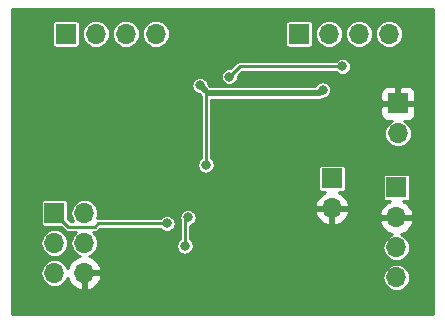
<source format=gbr>
G04 #@! TF.GenerationSoftware,KiCad,Pcbnew,(5.0.0-rc2-198-gb8bbb15aa)*
G04 #@! TF.CreationDate,2022-01-01T22:46:34-08:00*
G04 #@! TF.ProjectId,E-Bike,452D42696B652E6B696361645F706362,rev?*
G04 #@! TF.SameCoordinates,PX619eb90PY83695b8*
G04 #@! TF.FileFunction,Copper,L2,Bot,Signal*
G04 #@! TF.FilePolarity,Positive*
%FSLAX45Y45*%
G04 Gerber Fmt 4.5, Leading zero omitted, Abs format (unit mm)*
G04 Created by KiCad (PCBNEW (5.0.0-rc2-198-gb8bbb15aa)) date 01/01/22 22:46:34*
%MOMM*%
%LPD*%
G01*
G04 APERTURE LIST*
G04 #@! TA.AperFunction,ComponentPad*
%ADD10O,1.700000X1.700000*%
G04 #@! TD*
G04 #@! TA.AperFunction,ComponentPad*
%ADD11R,1.700000X1.700000*%
G04 #@! TD*
G04 #@! TA.AperFunction,ViaPad*
%ADD12C,0.800000*%
G04 #@! TD*
G04 #@! TA.AperFunction,Conductor*
%ADD13C,0.250000*%
G04 #@! TD*
G04 #@! TA.AperFunction,Conductor*
%ADD14C,0.500000*%
G04 #@! TD*
G04 #@! TA.AperFunction,Conductor*
%ADD15C,0.254000*%
G04 #@! TD*
G04 APERTURE END LIST*
D10*
G04 #@! TO.P,J3,2*
G04 #@! TO.N,PWM_OUT*
X3225800Y1485900D03*
D11*
G04 #@! TO.P,J3,1*
G04 #@! TO.N,GND*
X3225800Y1739900D03*
G04 #@! TD*
D10*
G04 #@! TO.P,J4,2*
G04 #@! TO.N,GND*
X2667000Y850900D03*
D11*
G04 #@! TO.P,J4,1*
G04 #@! TO.N,BUTTON_IN*
X2667000Y1104900D03*
G04 #@! TD*
D10*
G04 #@! TO.P,J1,6*
G04 #@! TO.N,GND*
X571500Y304800D03*
G04 #@! TO.P,J1,5*
G04 #@! TO.N,Net-(J1-Pad5)*
X317500Y304800D03*
G04 #@! TO.P,J1,4*
G04 #@! TO.N,Net-(C10-Pad1)*
X571500Y558800D03*
G04 #@! TO.P,J1,3*
G04 #@! TO.N,Net-(C11-Pad1)*
X317500Y558800D03*
G04 #@! TO.P,J1,2*
G04 #@! TO.N,+5V*
X571500Y812800D03*
D11*
G04 #@! TO.P,J1,1*
G04 #@! TO.N,Net-(J1-Pad1)*
X317500Y812800D03*
G04 #@! TD*
D10*
G04 #@! TO.P,J2,4*
G04 #@! TO.N,TORQUE_IN*
X3213100Y266700D03*
G04 #@! TO.P,J2,3*
G04 #@! TO.N,CADENCE_IN*
X3213100Y520700D03*
G04 #@! TO.P,J2,2*
G04 #@! TO.N,GND*
X3213100Y774700D03*
D11*
G04 #@! TO.P,J2,1*
G04 #@! TO.N,+10V*
X3213100Y1028700D03*
G04 #@! TD*
G04 #@! TO.P,J5,1*
G04 #@! TO.N,VBUS*
X413800Y2329500D03*
D10*
G04 #@! TO.P,J5,2*
X667800Y2329500D03*
G04 #@! TO.P,J5,3*
X921800Y2329500D03*
G04 #@! TO.P,J5,4*
X1175800Y2329500D03*
G04 #@! TD*
G04 #@! TO.P,J6,4*
G04 #@! TO.N,/VBUS_R*
X3150800Y2329500D03*
G04 #@! TO.P,J6,3*
X2896800Y2329500D03*
G04 #@! TO.P,J6,2*
X2642800Y2329500D03*
D11*
G04 #@! TO.P,J6,1*
X2388800Y2329500D03*
G04 #@! TD*
D12*
G04 #@! TO.N,GND*
X0Y2298700D03*
X0Y0D03*
X3479800Y2298700D03*
X508000Y0D03*
X1117600Y0D03*
X1714500Y0D03*
X2311400Y0D03*
X2882900Y0D03*
X3479800Y0D03*
X3479800Y381000D03*
X3479800Y774700D03*
X3479800Y1143000D03*
X3479800Y1536700D03*
X3479800Y1930400D03*
X0Y774700D03*
X0Y1143000D03*
X0Y1930400D03*
X0Y381000D03*
X0Y1536700D03*
X292100Y1143000D03*
X660400Y1612900D03*
X762000Y1612900D03*
X660400Y1511300D03*
X762000Y1511300D03*
X660400Y1409700D03*
X762000Y1409700D03*
X1104900Y1422400D03*
X2792700Y1878300D03*
X2306320Y1475740D03*
X1691640Y1457960D03*
X2006600Y800100D03*
X2222500Y647700D03*
X1549400Y561340D03*
X1066800Y609600D03*
X3098800Y1358900D03*
X1547393Y366919D03*
X2499360Y1927001D03*
G04 #@! TO.N,+10V*
X1600200Y1219200D03*
X1549400Y1892300D03*
X2588800Y1854500D03*
G04 #@! TO.N,Net-(C10-Pad1)*
X1422400Y533400D03*
X1447800Y774700D03*
G04 #@! TO.N,Net-(J1-Pad1)*
X1270000Y723900D03*
G04 #@! TO.N,Net-(R11-Pad1)*
X2755900Y2054860D03*
X1798320Y1965960D03*
G04 #@! TD*
D13*
G04 #@! TO.N,+10V*
X1600200Y1219200D02*
X1600200Y1841500D01*
D14*
X1600200Y1841500D02*
X1549400Y1892300D01*
D13*
X2563800Y1829500D02*
X2588800Y1854500D01*
D14*
X1613800Y1829500D02*
X2563800Y1829500D01*
D13*
X1549400Y1892300D02*
X1551000Y1892300D01*
X1551000Y1892300D02*
X1613800Y1829500D01*
G04 #@! TO.N,Net-(C10-Pad1)*
X1422400Y533400D02*
X1422400Y749300D01*
X1422400Y749300D02*
X1447800Y774700D01*
G04 #@! TO.N,Net-(J1-Pad1)*
X1270000Y723900D02*
X685800Y723900D01*
X657200Y695300D02*
X435000Y695300D01*
X435000Y695300D02*
X317500Y812800D01*
X685800Y723900D02*
X657200Y695300D01*
G04 #@! TO.N,Net-(R11-Pad1)*
X2755900Y2054860D02*
X1887220Y2054860D01*
X1887220Y2054860D02*
X1798320Y1965960D01*
G04 #@! TD*
D15*
G04 #@! TO.N,GND*
G36*
X3520800Y-41000D02*
X-41000Y-41000D01*
X-41000Y304800D01*
X199231Y304800D01*
X201503Y281727D01*
X208233Y259540D01*
X219163Y239093D01*
X233871Y221171D01*
X251793Y206463D01*
X272240Y195533D01*
X294427Y188803D01*
X311719Y187100D01*
X323281Y187100D01*
X340573Y188803D01*
X362760Y195533D01*
X383207Y206463D01*
X401129Y221171D01*
X415837Y239093D01*
X426767Y259540D01*
X428511Y265291D01*
X431817Y254390D01*
X444336Y228108D01*
X461741Y204773D01*
X483364Y185282D01*
X508375Y170384D01*
X535811Y160652D01*
X558800Y172719D01*
X558800Y292100D01*
X584200Y292100D01*
X584200Y172719D01*
X607189Y160652D01*
X634625Y170384D01*
X659636Y185282D01*
X681259Y204773D01*
X698664Y228108D01*
X711182Y254390D01*
X714916Y266700D01*
X3094831Y266700D01*
X3097103Y243627D01*
X3103833Y221440D01*
X3114763Y200993D01*
X3129471Y183071D01*
X3147393Y168363D01*
X3167840Y157433D01*
X3190027Y150703D01*
X3207319Y149000D01*
X3218881Y149000D01*
X3236173Y150703D01*
X3258360Y157433D01*
X3278807Y168363D01*
X3296729Y183071D01*
X3311437Y200993D01*
X3322367Y221440D01*
X3329097Y243627D01*
X3331369Y266700D01*
X3329097Y289773D01*
X3322367Y311960D01*
X3311437Y332407D01*
X3296729Y350329D01*
X3278807Y365037D01*
X3258360Y375967D01*
X3236173Y382697D01*
X3218881Y384400D01*
X3207319Y384400D01*
X3190027Y382697D01*
X3167840Y375967D01*
X3147393Y365037D01*
X3129471Y350329D01*
X3114763Y332407D01*
X3103833Y311960D01*
X3097103Y289773D01*
X3094831Y266700D01*
X714916Y266700D01*
X715648Y269111D01*
X703515Y292100D01*
X584200Y292100D01*
X558800Y292100D01*
X556800Y292100D01*
X556800Y317500D01*
X558800Y317500D01*
X558800Y319500D01*
X584200Y319500D01*
X584200Y317500D01*
X703515Y317500D01*
X715648Y340489D01*
X711182Y355210D01*
X698664Y381492D01*
X681259Y404827D01*
X659636Y424318D01*
X634625Y439216D01*
X610712Y447699D01*
X616760Y449533D01*
X637207Y460463D01*
X655129Y475171D01*
X669837Y493093D01*
X680767Y513540D01*
X687497Y535727D01*
X687973Y540560D01*
X1349700Y540560D01*
X1349700Y526240D01*
X1352494Y512194D01*
X1357974Y498964D01*
X1365930Y487056D01*
X1376056Y476930D01*
X1387964Y468974D01*
X1401194Y463494D01*
X1415240Y460700D01*
X1429560Y460700D01*
X1443606Y463494D01*
X1456836Y468974D01*
X1468744Y476930D01*
X1478870Y487056D01*
X1486826Y498964D01*
X1492306Y512194D01*
X1495100Y526240D01*
X1495100Y540560D01*
X1492306Y554606D01*
X1486826Y567836D01*
X1478870Y579744D01*
X1468744Y589870D01*
X1467600Y590634D01*
X1467600Y704514D01*
X1469006Y704794D01*
X1482236Y710274D01*
X1494144Y718230D01*
X1504270Y728356D01*
X1512226Y740264D01*
X1517706Y753494D01*
X1520500Y767540D01*
X1520500Y781860D01*
X1517706Y795906D01*
X1512226Y809136D01*
X1508167Y815211D01*
X2522852Y815211D01*
X2527318Y800490D01*
X2539836Y774208D01*
X2557241Y750873D01*
X2578865Y731382D01*
X2603875Y716484D01*
X2631311Y706752D01*
X2654300Y718819D01*
X2654300Y838200D01*
X2679700Y838200D01*
X2679700Y718819D01*
X2702689Y706752D01*
X2730125Y716484D01*
X2755136Y731382D01*
X2763599Y739011D01*
X3068952Y739011D01*
X3073417Y724290D01*
X3085936Y698008D01*
X3103341Y674673D01*
X3124964Y655182D01*
X3149975Y640284D01*
X3173888Y631801D01*
X3167840Y629967D01*
X3147393Y619037D01*
X3129471Y604329D01*
X3114763Y586407D01*
X3103833Y565960D01*
X3097103Y543773D01*
X3094831Y520700D01*
X3097103Y497627D01*
X3103833Y475440D01*
X3114763Y454993D01*
X3129471Y437071D01*
X3147393Y422363D01*
X3167840Y411433D01*
X3190027Y404703D01*
X3207319Y403000D01*
X3218881Y403000D01*
X3236173Y404703D01*
X3258360Y411433D01*
X3278807Y422363D01*
X3296729Y437071D01*
X3311437Y454993D01*
X3322367Y475440D01*
X3329097Y497627D01*
X3331369Y520700D01*
X3329097Y543773D01*
X3322367Y565960D01*
X3311437Y586407D01*
X3296729Y604329D01*
X3278807Y619037D01*
X3258360Y629967D01*
X3252311Y631801D01*
X3276225Y640284D01*
X3301235Y655182D01*
X3322859Y674673D01*
X3340264Y698008D01*
X3352782Y724290D01*
X3357248Y739011D01*
X3345115Y762000D01*
X3225800Y762000D01*
X3225800Y760000D01*
X3200400Y760000D01*
X3200400Y762000D01*
X3081084Y762000D01*
X3068952Y739011D01*
X2763599Y739011D01*
X2776759Y750873D01*
X2794164Y774208D01*
X2806682Y800490D01*
X2809685Y810389D01*
X3068952Y810389D01*
X3081084Y787400D01*
X3200400Y787400D01*
X3200400Y789400D01*
X3225800Y789400D01*
X3225800Y787400D01*
X3345115Y787400D01*
X3357248Y810389D01*
X3352782Y825110D01*
X3340264Y851392D01*
X3322859Y874727D01*
X3301235Y894218D01*
X3276225Y909116D01*
X3271359Y910842D01*
X3298100Y910842D01*
X3304510Y911473D01*
X3310674Y913343D01*
X3316355Y916379D01*
X3321334Y920466D01*
X3325421Y925445D01*
X3328457Y931126D01*
X3330327Y937290D01*
X3330958Y943700D01*
X3330958Y1113700D01*
X3330327Y1120110D01*
X3328457Y1126274D01*
X3325421Y1131955D01*
X3321334Y1136934D01*
X3316355Y1141021D01*
X3310674Y1144057D01*
X3304510Y1145927D01*
X3298100Y1146558D01*
X3128100Y1146558D01*
X3121690Y1145927D01*
X3115526Y1144057D01*
X3109845Y1141021D01*
X3104866Y1136934D01*
X3100779Y1131955D01*
X3097743Y1126274D01*
X3095873Y1120110D01*
X3095242Y1113700D01*
X3095242Y943700D01*
X3095873Y937290D01*
X3097743Y931126D01*
X3100779Y925445D01*
X3104866Y920466D01*
X3109845Y916379D01*
X3115526Y913343D01*
X3121690Y911473D01*
X3128100Y910842D01*
X3154841Y910842D01*
X3149975Y909116D01*
X3124964Y894218D01*
X3103341Y874727D01*
X3085936Y851392D01*
X3073417Y825110D01*
X3068952Y810389D01*
X2809685Y810389D01*
X2811148Y815211D01*
X2799015Y838200D01*
X2679700Y838200D01*
X2654300Y838200D01*
X2534985Y838200D01*
X2522852Y815211D01*
X1508167Y815211D01*
X1504270Y821044D01*
X1494144Y831170D01*
X1482236Y839126D01*
X1469006Y844606D01*
X1454960Y847400D01*
X1440640Y847400D01*
X1426594Y844606D01*
X1413364Y839126D01*
X1401456Y831170D01*
X1391330Y821044D01*
X1383374Y809136D01*
X1377894Y795906D01*
X1375100Y781860D01*
X1375100Y767540D01*
X1377560Y755173D01*
X1376981Y749300D01*
X1377200Y747078D01*
X1377200Y590634D01*
X1376056Y589870D01*
X1365930Y579744D01*
X1357974Y567836D01*
X1352494Y554606D01*
X1349700Y540560D01*
X687973Y540560D01*
X689769Y558800D01*
X687497Y581873D01*
X680767Y604060D01*
X669837Y624507D01*
X655129Y642429D01*
X645782Y650100D01*
X654979Y650100D01*
X657200Y649881D01*
X659420Y650100D01*
X666061Y650754D01*
X674581Y653339D01*
X682433Y657536D01*
X689316Y663184D01*
X690732Y664910D01*
X704522Y678700D01*
X1212766Y678700D01*
X1213530Y677556D01*
X1223656Y667430D01*
X1235564Y659474D01*
X1248794Y653994D01*
X1262840Y651200D01*
X1277160Y651200D01*
X1291206Y653994D01*
X1304436Y659474D01*
X1316344Y667430D01*
X1326470Y677556D01*
X1334426Y689464D01*
X1339906Y702694D01*
X1342700Y716740D01*
X1342700Y731060D01*
X1339906Y745106D01*
X1334426Y758336D01*
X1326470Y770244D01*
X1316344Y780370D01*
X1304436Y788326D01*
X1291206Y793806D01*
X1277160Y796600D01*
X1262840Y796600D01*
X1248794Y793806D01*
X1235564Y788326D01*
X1223656Y780370D01*
X1213530Y770244D01*
X1212766Y769100D01*
X688020Y769100D01*
X685800Y769319D01*
X683580Y769100D01*
X683580Y769100D01*
X681168Y768862D01*
X687497Y789727D01*
X689769Y812800D01*
X687497Y835873D01*
X680767Y858060D01*
X669837Y878507D01*
X663205Y886589D01*
X2522852Y886589D01*
X2534985Y863600D01*
X2654300Y863600D01*
X2654300Y865600D01*
X2679700Y865600D01*
X2679700Y863600D01*
X2799015Y863600D01*
X2811148Y886589D01*
X2806682Y901310D01*
X2794164Y927592D01*
X2776759Y950927D01*
X2755136Y970418D01*
X2730125Y985316D01*
X2725259Y987042D01*
X2752000Y987042D01*
X2758410Y987673D01*
X2764574Y989543D01*
X2770255Y992579D01*
X2775234Y996666D01*
X2779321Y1001645D01*
X2782357Y1007326D01*
X2784227Y1013490D01*
X2784858Y1019900D01*
X2784858Y1189900D01*
X2784227Y1196310D01*
X2782357Y1202474D01*
X2779321Y1208155D01*
X2775234Y1213134D01*
X2770255Y1217221D01*
X2764574Y1220257D01*
X2758410Y1222127D01*
X2752000Y1222758D01*
X2582000Y1222758D01*
X2575590Y1222127D01*
X2569426Y1220257D01*
X2563745Y1217221D01*
X2558766Y1213134D01*
X2554679Y1208155D01*
X2551643Y1202474D01*
X2549773Y1196310D01*
X2549142Y1189900D01*
X2549142Y1019900D01*
X2549773Y1013490D01*
X2551643Y1007326D01*
X2554679Y1001645D01*
X2558766Y996666D01*
X2563745Y992579D01*
X2569426Y989543D01*
X2575590Y987673D01*
X2582000Y987042D01*
X2608741Y987042D01*
X2603875Y985316D01*
X2578865Y970418D01*
X2557241Y950927D01*
X2539836Y927592D01*
X2527318Y901310D01*
X2522852Y886589D01*
X663205Y886589D01*
X655129Y896429D01*
X637207Y911137D01*
X616760Y922067D01*
X594573Y928797D01*
X577281Y930500D01*
X565719Y930500D01*
X548427Y928797D01*
X526240Y922067D01*
X505793Y911137D01*
X487871Y896429D01*
X473163Y878507D01*
X462233Y858060D01*
X455503Y835873D01*
X453231Y812800D01*
X455503Y789727D01*
X462233Y767540D01*
X473163Y747093D01*
X478573Y740500D01*
X453723Y740500D01*
X435358Y758864D01*
X435358Y897800D01*
X434727Y904210D01*
X432857Y910374D01*
X429821Y916055D01*
X425734Y921034D01*
X420755Y925121D01*
X415074Y928157D01*
X408910Y930027D01*
X402500Y930658D01*
X232500Y930658D01*
X226090Y930027D01*
X219926Y928157D01*
X214245Y925121D01*
X209266Y921034D01*
X205179Y916055D01*
X202143Y910374D01*
X200273Y904210D01*
X199642Y897800D01*
X199642Y727800D01*
X200273Y721390D01*
X202143Y715226D01*
X205179Y709545D01*
X209266Y704566D01*
X214245Y700479D01*
X219926Y697443D01*
X226090Y695573D01*
X232500Y694942D01*
X371436Y694942D01*
X401469Y664909D01*
X402884Y663184D01*
X409767Y657536D01*
X417619Y653339D01*
X424156Y651356D01*
X426139Y650754D01*
X435000Y649881D01*
X437220Y650100D01*
X497218Y650100D01*
X487871Y642429D01*
X473163Y624507D01*
X462233Y604060D01*
X455503Y581873D01*
X453231Y558800D01*
X455503Y535727D01*
X462233Y513540D01*
X473163Y493093D01*
X487871Y475171D01*
X505793Y460463D01*
X526240Y449533D01*
X532289Y447699D01*
X508375Y439216D01*
X483364Y424318D01*
X461741Y404827D01*
X444336Y381492D01*
X431817Y355210D01*
X428511Y344309D01*
X426767Y350060D01*
X415837Y370507D01*
X401129Y388429D01*
X383207Y403137D01*
X362760Y414067D01*
X340573Y420797D01*
X323281Y422500D01*
X311719Y422500D01*
X294427Y420797D01*
X272240Y414067D01*
X251793Y403137D01*
X233871Y388429D01*
X219163Y370507D01*
X208233Y350060D01*
X201503Y327873D01*
X199231Y304800D01*
X-41000Y304800D01*
X-41000Y558800D01*
X199231Y558800D01*
X201503Y535727D01*
X208233Y513540D01*
X219163Y493093D01*
X233871Y475171D01*
X251793Y460463D01*
X272240Y449533D01*
X294427Y442803D01*
X311719Y441100D01*
X323281Y441100D01*
X340573Y442803D01*
X362760Y449533D01*
X383207Y460463D01*
X401129Y475171D01*
X415837Y493093D01*
X426767Y513540D01*
X433497Y535727D01*
X435769Y558800D01*
X433497Y581873D01*
X426767Y604060D01*
X415837Y624507D01*
X401129Y642429D01*
X383207Y657137D01*
X362760Y668067D01*
X340573Y674797D01*
X323281Y676500D01*
X311719Y676500D01*
X294427Y674797D01*
X272240Y668067D01*
X251793Y657137D01*
X233871Y642429D01*
X219163Y624507D01*
X208233Y604060D01*
X201503Y581873D01*
X199231Y558800D01*
X-41000Y558800D01*
X-41000Y1899460D01*
X1476700Y1899460D01*
X1476700Y1885140D01*
X1479494Y1871094D01*
X1484974Y1857864D01*
X1492930Y1845956D01*
X1503056Y1835830D01*
X1514964Y1827874D01*
X1528194Y1822394D01*
X1540068Y1820032D01*
X1555000Y1805100D01*
X1555000Y1276434D01*
X1553856Y1275670D01*
X1543730Y1265544D01*
X1535774Y1253636D01*
X1530294Y1240406D01*
X1527500Y1226360D01*
X1527500Y1212040D01*
X1530294Y1197994D01*
X1535774Y1184764D01*
X1543730Y1172856D01*
X1553856Y1162730D01*
X1565764Y1154774D01*
X1578994Y1149294D01*
X1593040Y1146500D01*
X1607360Y1146500D01*
X1621406Y1149294D01*
X1634636Y1154774D01*
X1646544Y1162730D01*
X1656670Y1172856D01*
X1664626Y1184764D01*
X1670106Y1197994D01*
X1672900Y1212040D01*
X1672900Y1226360D01*
X1670106Y1240406D01*
X1664626Y1253636D01*
X1656670Y1265544D01*
X1646544Y1275670D01*
X1645400Y1276434D01*
X1645400Y1711325D01*
X3077300Y1711325D01*
X3077300Y1648646D01*
X3079740Y1636378D01*
X3084527Y1624821D01*
X3091476Y1614421D01*
X3100321Y1605576D01*
X3110721Y1598627D01*
X3122278Y1593840D01*
X3134546Y1591400D01*
X3173493Y1591400D01*
X3160093Y1584237D01*
X3142171Y1569529D01*
X3127463Y1551607D01*
X3116533Y1531160D01*
X3109803Y1508973D01*
X3107531Y1485900D01*
X3109803Y1462827D01*
X3116533Y1440640D01*
X3127463Y1420193D01*
X3142171Y1402271D01*
X3160093Y1387563D01*
X3180540Y1376633D01*
X3202727Y1369903D01*
X3220019Y1368200D01*
X3231581Y1368200D01*
X3248873Y1369903D01*
X3271060Y1376633D01*
X3291507Y1387563D01*
X3309429Y1402271D01*
X3324137Y1420193D01*
X3335067Y1440640D01*
X3341797Y1462827D01*
X3344069Y1485900D01*
X3341797Y1508973D01*
X3335067Y1531160D01*
X3324137Y1551607D01*
X3309429Y1569529D01*
X3291507Y1584237D01*
X3278107Y1591400D01*
X3317054Y1591400D01*
X3329322Y1593840D01*
X3340878Y1598627D01*
X3351279Y1605576D01*
X3360124Y1614421D01*
X3367073Y1624821D01*
X3371860Y1636378D01*
X3374300Y1648646D01*
X3374300Y1711325D01*
X3358425Y1727200D01*
X3238500Y1727200D01*
X3238500Y1725200D01*
X3213100Y1725200D01*
X3213100Y1727200D01*
X3093175Y1727200D01*
X3077300Y1711325D01*
X1645400Y1711325D01*
X1645400Y1771800D01*
X2566634Y1771800D01*
X2575111Y1772635D01*
X2585988Y1775934D01*
X2596012Y1781292D01*
X2596845Y1781976D01*
X2610006Y1784594D01*
X2623236Y1790074D01*
X2635144Y1798030D01*
X2645270Y1808156D01*
X2653226Y1820064D01*
X2657820Y1831154D01*
X3077300Y1831154D01*
X3077300Y1768475D01*
X3093175Y1752600D01*
X3213100Y1752600D01*
X3213100Y1872525D01*
X3238500Y1872525D01*
X3238500Y1752600D01*
X3358425Y1752600D01*
X3374300Y1768475D01*
X3374300Y1831154D01*
X3371860Y1843422D01*
X3367073Y1854978D01*
X3360124Y1865379D01*
X3351279Y1874224D01*
X3340878Y1881173D01*
X3329322Y1885960D01*
X3317054Y1888400D01*
X3254375Y1888400D01*
X3238500Y1872525D01*
X3213100Y1872525D01*
X3197225Y1888400D01*
X3134546Y1888400D01*
X3122278Y1885960D01*
X3110721Y1881173D01*
X3100321Y1874224D01*
X3091476Y1865379D01*
X3084527Y1854978D01*
X3079740Y1843422D01*
X3077300Y1831154D01*
X2657820Y1831154D01*
X2658706Y1833294D01*
X2661500Y1847340D01*
X2661500Y1861660D01*
X2658706Y1875706D01*
X2653226Y1888936D01*
X2645270Y1900844D01*
X2635144Y1910970D01*
X2623236Y1918926D01*
X2610006Y1924406D01*
X2595960Y1927200D01*
X2581640Y1927200D01*
X2567594Y1924406D01*
X2554364Y1918926D01*
X2542456Y1910970D01*
X2532330Y1900844D01*
X2524374Y1888936D01*
X2523655Y1887200D01*
X1636100Y1887200D01*
X1621668Y1901632D01*
X1619306Y1913506D01*
X1613826Y1926736D01*
X1605870Y1938644D01*
X1595744Y1948770D01*
X1583836Y1956726D01*
X1570606Y1962206D01*
X1556560Y1965000D01*
X1542240Y1965000D01*
X1528194Y1962206D01*
X1514964Y1956726D01*
X1503056Y1948770D01*
X1492930Y1938644D01*
X1484974Y1926736D01*
X1479494Y1913506D01*
X1476700Y1899460D01*
X-41000Y1899460D01*
X-41000Y1973120D01*
X1725620Y1973120D01*
X1725620Y1958800D01*
X1728414Y1944754D01*
X1733894Y1931524D01*
X1741850Y1919616D01*
X1751976Y1909490D01*
X1763884Y1901534D01*
X1777114Y1896054D01*
X1791160Y1893260D01*
X1805480Y1893260D01*
X1819526Y1896054D01*
X1832756Y1901534D01*
X1844664Y1909490D01*
X1854790Y1919616D01*
X1862746Y1931524D01*
X1868226Y1944754D01*
X1871020Y1958800D01*
X1871020Y1973120D01*
X1870752Y1974469D01*
X1905942Y2009660D01*
X2698666Y2009660D01*
X2699430Y2008516D01*
X2709556Y1998390D01*
X2721464Y1990434D01*
X2734694Y1984954D01*
X2748740Y1982160D01*
X2763060Y1982160D01*
X2777106Y1984954D01*
X2790336Y1990434D01*
X2802244Y1998390D01*
X2812370Y2008516D01*
X2820326Y2020424D01*
X2825806Y2033654D01*
X2828600Y2047700D01*
X2828600Y2062020D01*
X2825806Y2076066D01*
X2820326Y2089296D01*
X2812370Y2101204D01*
X2802244Y2111330D01*
X2790336Y2119286D01*
X2777106Y2124766D01*
X2763060Y2127560D01*
X2748740Y2127560D01*
X2734694Y2124766D01*
X2721464Y2119286D01*
X2709556Y2111330D01*
X2699430Y2101204D01*
X2698666Y2100060D01*
X1889440Y2100060D01*
X1887220Y2100279D01*
X1878359Y2099406D01*
X1869839Y2096821D01*
X1861987Y2092624D01*
X1855104Y2086976D01*
X1853688Y2085250D01*
X1806829Y2038392D01*
X1805480Y2038660D01*
X1791160Y2038660D01*
X1777114Y2035866D01*
X1763884Y2030386D01*
X1751976Y2022430D01*
X1741850Y2012304D01*
X1733894Y2000396D01*
X1728414Y1987166D01*
X1725620Y1973120D01*
X-41000Y1973120D01*
X-41000Y2414500D01*
X295942Y2414500D01*
X295942Y2244500D01*
X296573Y2238090D01*
X298443Y2231926D01*
X301479Y2226245D01*
X305566Y2221266D01*
X310545Y2217179D01*
X316226Y2214143D01*
X322390Y2212273D01*
X328800Y2211642D01*
X498800Y2211642D01*
X505210Y2212273D01*
X511374Y2214143D01*
X517055Y2217179D01*
X522034Y2221266D01*
X526121Y2226245D01*
X529157Y2231926D01*
X531027Y2238090D01*
X531658Y2244500D01*
X531658Y2329500D01*
X549531Y2329500D01*
X551803Y2306427D01*
X558533Y2284240D01*
X569463Y2263793D01*
X584171Y2245871D01*
X602093Y2231163D01*
X622540Y2220233D01*
X644727Y2213503D01*
X662019Y2211800D01*
X673581Y2211800D01*
X690873Y2213503D01*
X713060Y2220233D01*
X733507Y2231163D01*
X751429Y2245871D01*
X766137Y2263793D01*
X777067Y2284240D01*
X783797Y2306427D01*
X786069Y2329500D01*
X803531Y2329500D01*
X805803Y2306427D01*
X812533Y2284240D01*
X823463Y2263793D01*
X838171Y2245871D01*
X856093Y2231163D01*
X876540Y2220233D01*
X898727Y2213503D01*
X916019Y2211800D01*
X927581Y2211800D01*
X944873Y2213503D01*
X967060Y2220233D01*
X987507Y2231163D01*
X1005429Y2245871D01*
X1020137Y2263793D01*
X1031067Y2284240D01*
X1037797Y2306427D01*
X1040069Y2329500D01*
X1057531Y2329500D01*
X1059803Y2306427D01*
X1066533Y2284240D01*
X1077463Y2263793D01*
X1092171Y2245871D01*
X1110093Y2231163D01*
X1130540Y2220233D01*
X1152727Y2213503D01*
X1170019Y2211800D01*
X1181581Y2211800D01*
X1198873Y2213503D01*
X1221060Y2220233D01*
X1241507Y2231163D01*
X1259429Y2245871D01*
X1274137Y2263793D01*
X1285067Y2284240D01*
X1291797Y2306427D01*
X1294069Y2329500D01*
X1291797Y2352573D01*
X1285067Y2374760D01*
X1274137Y2395207D01*
X1259429Y2413129D01*
X1257759Y2414500D01*
X2270942Y2414500D01*
X2270942Y2244500D01*
X2271573Y2238090D01*
X2273443Y2231926D01*
X2276479Y2226245D01*
X2280566Y2221266D01*
X2285545Y2217179D01*
X2291226Y2214143D01*
X2297390Y2212273D01*
X2303800Y2211642D01*
X2473800Y2211642D01*
X2480210Y2212273D01*
X2486374Y2214143D01*
X2492055Y2217179D01*
X2497034Y2221266D01*
X2501121Y2226245D01*
X2504157Y2231926D01*
X2506027Y2238090D01*
X2506658Y2244500D01*
X2506658Y2329500D01*
X2524531Y2329500D01*
X2526803Y2306427D01*
X2533533Y2284240D01*
X2544463Y2263793D01*
X2559171Y2245871D01*
X2577093Y2231163D01*
X2597540Y2220233D01*
X2619727Y2213503D01*
X2637019Y2211800D01*
X2648581Y2211800D01*
X2665873Y2213503D01*
X2688060Y2220233D01*
X2708507Y2231163D01*
X2726429Y2245871D01*
X2741137Y2263793D01*
X2752067Y2284240D01*
X2758797Y2306427D01*
X2761069Y2329500D01*
X2778531Y2329500D01*
X2780803Y2306427D01*
X2787533Y2284240D01*
X2798463Y2263793D01*
X2813171Y2245871D01*
X2831093Y2231163D01*
X2851540Y2220233D01*
X2873727Y2213503D01*
X2891019Y2211800D01*
X2902581Y2211800D01*
X2919873Y2213503D01*
X2942060Y2220233D01*
X2962507Y2231163D01*
X2980429Y2245871D01*
X2995137Y2263793D01*
X3006067Y2284240D01*
X3012797Y2306427D01*
X3015069Y2329500D01*
X3032531Y2329500D01*
X3034803Y2306427D01*
X3041533Y2284240D01*
X3052463Y2263793D01*
X3067171Y2245871D01*
X3085093Y2231163D01*
X3105540Y2220233D01*
X3127727Y2213503D01*
X3145019Y2211800D01*
X3156581Y2211800D01*
X3173873Y2213503D01*
X3196060Y2220233D01*
X3216507Y2231163D01*
X3234429Y2245871D01*
X3249137Y2263793D01*
X3260067Y2284240D01*
X3266797Y2306427D01*
X3269069Y2329500D01*
X3266797Y2352573D01*
X3260067Y2374760D01*
X3249137Y2395207D01*
X3234429Y2413129D01*
X3216507Y2427837D01*
X3196060Y2438767D01*
X3173873Y2445497D01*
X3156581Y2447200D01*
X3145019Y2447200D01*
X3127727Y2445497D01*
X3105540Y2438767D01*
X3085093Y2427837D01*
X3067171Y2413129D01*
X3052463Y2395207D01*
X3041533Y2374760D01*
X3034803Y2352573D01*
X3032531Y2329500D01*
X3015069Y2329500D01*
X3012797Y2352573D01*
X3006067Y2374760D01*
X2995137Y2395207D01*
X2980429Y2413129D01*
X2962507Y2427837D01*
X2942060Y2438767D01*
X2919873Y2445497D01*
X2902581Y2447200D01*
X2891019Y2447200D01*
X2873727Y2445497D01*
X2851540Y2438767D01*
X2831093Y2427837D01*
X2813171Y2413129D01*
X2798463Y2395207D01*
X2787533Y2374760D01*
X2780803Y2352573D01*
X2778531Y2329500D01*
X2761069Y2329500D01*
X2758797Y2352573D01*
X2752067Y2374760D01*
X2741137Y2395207D01*
X2726429Y2413129D01*
X2708507Y2427837D01*
X2688060Y2438767D01*
X2665873Y2445497D01*
X2648581Y2447200D01*
X2637019Y2447200D01*
X2619727Y2445497D01*
X2597540Y2438767D01*
X2577093Y2427837D01*
X2559171Y2413129D01*
X2544463Y2395207D01*
X2533533Y2374760D01*
X2526803Y2352573D01*
X2524531Y2329500D01*
X2506658Y2329500D01*
X2506658Y2414500D01*
X2506027Y2420910D01*
X2504157Y2427074D01*
X2501121Y2432755D01*
X2497034Y2437734D01*
X2492055Y2441821D01*
X2486374Y2444857D01*
X2480210Y2446727D01*
X2473800Y2447358D01*
X2303800Y2447358D01*
X2297390Y2446727D01*
X2291226Y2444857D01*
X2285545Y2441821D01*
X2280566Y2437734D01*
X2276479Y2432755D01*
X2273443Y2427074D01*
X2271573Y2420910D01*
X2270942Y2414500D01*
X1257759Y2414500D01*
X1241507Y2427837D01*
X1221060Y2438767D01*
X1198873Y2445497D01*
X1181581Y2447200D01*
X1170019Y2447200D01*
X1152727Y2445497D01*
X1130540Y2438767D01*
X1110093Y2427837D01*
X1092171Y2413129D01*
X1077463Y2395207D01*
X1066533Y2374760D01*
X1059803Y2352573D01*
X1057531Y2329500D01*
X1040069Y2329500D01*
X1037797Y2352573D01*
X1031067Y2374760D01*
X1020137Y2395207D01*
X1005429Y2413129D01*
X987507Y2427837D01*
X967060Y2438767D01*
X944873Y2445497D01*
X927581Y2447200D01*
X916019Y2447200D01*
X898727Y2445497D01*
X876540Y2438767D01*
X856093Y2427837D01*
X838171Y2413129D01*
X823463Y2395207D01*
X812533Y2374760D01*
X805803Y2352573D01*
X803531Y2329500D01*
X786069Y2329500D01*
X783797Y2352573D01*
X777067Y2374760D01*
X766137Y2395207D01*
X751429Y2413129D01*
X733507Y2427837D01*
X713060Y2438767D01*
X690873Y2445497D01*
X673581Y2447200D01*
X662019Y2447200D01*
X644727Y2445497D01*
X622540Y2438767D01*
X602093Y2427837D01*
X584171Y2413129D01*
X569463Y2395207D01*
X558533Y2374760D01*
X551803Y2352573D01*
X549531Y2329500D01*
X531658Y2329500D01*
X531658Y2414500D01*
X531027Y2420910D01*
X529157Y2427074D01*
X526121Y2432755D01*
X522034Y2437734D01*
X517055Y2441821D01*
X511374Y2444857D01*
X505210Y2446727D01*
X498800Y2447358D01*
X328800Y2447358D01*
X322390Y2446727D01*
X316226Y2444857D01*
X310545Y2441821D01*
X305566Y2437734D01*
X301479Y2432755D01*
X298443Y2427074D01*
X296573Y2420910D01*
X295942Y2414500D01*
X-41000Y2414500D01*
X-41000Y2542900D01*
X3520800Y2542900D01*
X3520800Y-41000D01*
X3520800Y-41000D01*
G37*
X3520800Y-41000D02*
X-41000Y-41000D01*
X-41000Y304800D01*
X199231Y304800D01*
X201503Y281727D01*
X208233Y259540D01*
X219163Y239093D01*
X233871Y221171D01*
X251793Y206463D01*
X272240Y195533D01*
X294427Y188803D01*
X311719Y187100D01*
X323281Y187100D01*
X340573Y188803D01*
X362760Y195533D01*
X383207Y206463D01*
X401129Y221171D01*
X415837Y239093D01*
X426767Y259540D01*
X428511Y265291D01*
X431817Y254390D01*
X444336Y228108D01*
X461741Y204773D01*
X483364Y185282D01*
X508375Y170384D01*
X535811Y160652D01*
X558800Y172719D01*
X558800Y292100D01*
X584200Y292100D01*
X584200Y172719D01*
X607189Y160652D01*
X634625Y170384D01*
X659636Y185282D01*
X681259Y204773D01*
X698664Y228108D01*
X711182Y254390D01*
X714916Y266700D01*
X3094831Y266700D01*
X3097103Y243627D01*
X3103833Y221440D01*
X3114763Y200993D01*
X3129471Y183071D01*
X3147393Y168363D01*
X3167840Y157433D01*
X3190027Y150703D01*
X3207319Y149000D01*
X3218881Y149000D01*
X3236173Y150703D01*
X3258360Y157433D01*
X3278807Y168363D01*
X3296729Y183071D01*
X3311437Y200993D01*
X3322367Y221440D01*
X3329097Y243627D01*
X3331369Y266700D01*
X3329097Y289773D01*
X3322367Y311960D01*
X3311437Y332407D01*
X3296729Y350329D01*
X3278807Y365037D01*
X3258360Y375967D01*
X3236173Y382697D01*
X3218881Y384400D01*
X3207319Y384400D01*
X3190027Y382697D01*
X3167840Y375967D01*
X3147393Y365037D01*
X3129471Y350329D01*
X3114763Y332407D01*
X3103833Y311960D01*
X3097103Y289773D01*
X3094831Y266700D01*
X714916Y266700D01*
X715648Y269111D01*
X703515Y292100D01*
X584200Y292100D01*
X558800Y292100D01*
X556800Y292100D01*
X556800Y317500D01*
X558800Y317500D01*
X558800Y319500D01*
X584200Y319500D01*
X584200Y317500D01*
X703515Y317500D01*
X715648Y340489D01*
X711182Y355210D01*
X698664Y381492D01*
X681259Y404827D01*
X659636Y424318D01*
X634625Y439216D01*
X610712Y447699D01*
X616760Y449533D01*
X637207Y460463D01*
X655129Y475171D01*
X669837Y493093D01*
X680767Y513540D01*
X687497Y535727D01*
X687973Y540560D01*
X1349700Y540560D01*
X1349700Y526240D01*
X1352494Y512194D01*
X1357974Y498964D01*
X1365930Y487056D01*
X1376056Y476930D01*
X1387964Y468974D01*
X1401194Y463494D01*
X1415240Y460700D01*
X1429560Y460700D01*
X1443606Y463494D01*
X1456836Y468974D01*
X1468744Y476930D01*
X1478870Y487056D01*
X1486826Y498964D01*
X1492306Y512194D01*
X1495100Y526240D01*
X1495100Y540560D01*
X1492306Y554606D01*
X1486826Y567836D01*
X1478870Y579744D01*
X1468744Y589870D01*
X1467600Y590634D01*
X1467600Y704514D01*
X1469006Y704794D01*
X1482236Y710274D01*
X1494144Y718230D01*
X1504270Y728356D01*
X1512226Y740264D01*
X1517706Y753494D01*
X1520500Y767540D01*
X1520500Y781860D01*
X1517706Y795906D01*
X1512226Y809136D01*
X1508167Y815211D01*
X2522852Y815211D01*
X2527318Y800490D01*
X2539836Y774208D01*
X2557241Y750873D01*
X2578865Y731382D01*
X2603875Y716484D01*
X2631311Y706752D01*
X2654300Y718819D01*
X2654300Y838200D01*
X2679700Y838200D01*
X2679700Y718819D01*
X2702689Y706752D01*
X2730125Y716484D01*
X2755136Y731382D01*
X2763599Y739011D01*
X3068952Y739011D01*
X3073417Y724290D01*
X3085936Y698008D01*
X3103341Y674673D01*
X3124964Y655182D01*
X3149975Y640284D01*
X3173888Y631801D01*
X3167840Y629967D01*
X3147393Y619037D01*
X3129471Y604329D01*
X3114763Y586407D01*
X3103833Y565960D01*
X3097103Y543773D01*
X3094831Y520700D01*
X3097103Y497627D01*
X3103833Y475440D01*
X3114763Y454993D01*
X3129471Y437071D01*
X3147393Y422363D01*
X3167840Y411433D01*
X3190027Y404703D01*
X3207319Y403000D01*
X3218881Y403000D01*
X3236173Y404703D01*
X3258360Y411433D01*
X3278807Y422363D01*
X3296729Y437071D01*
X3311437Y454993D01*
X3322367Y475440D01*
X3329097Y497627D01*
X3331369Y520700D01*
X3329097Y543773D01*
X3322367Y565960D01*
X3311437Y586407D01*
X3296729Y604329D01*
X3278807Y619037D01*
X3258360Y629967D01*
X3252311Y631801D01*
X3276225Y640284D01*
X3301235Y655182D01*
X3322859Y674673D01*
X3340264Y698008D01*
X3352782Y724290D01*
X3357248Y739011D01*
X3345115Y762000D01*
X3225800Y762000D01*
X3225800Y760000D01*
X3200400Y760000D01*
X3200400Y762000D01*
X3081084Y762000D01*
X3068952Y739011D01*
X2763599Y739011D01*
X2776759Y750873D01*
X2794164Y774208D01*
X2806682Y800490D01*
X2809685Y810389D01*
X3068952Y810389D01*
X3081084Y787400D01*
X3200400Y787400D01*
X3200400Y789400D01*
X3225800Y789400D01*
X3225800Y787400D01*
X3345115Y787400D01*
X3357248Y810389D01*
X3352782Y825110D01*
X3340264Y851392D01*
X3322859Y874727D01*
X3301235Y894218D01*
X3276225Y909116D01*
X3271359Y910842D01*
X3298100Y910842D01*
X3304510Y911473D01*
X3310674Y913343D01*
X3316355Y916379D01*
X3321334Y920466D01*
X3325421Y925445D01*
X3328457Y931126D01*
X3330327Y937290D01*
X3330958Y943700D01*
X3330958Y1113700D01*
X3330327Y1120110D01*
X3328457Y1126274D01*
X3325421Y1131955D01*
X3321334Y1136934D01*
X3316355Y1141021D01*
X3310674Y1144057D01*
X3304510Y1145927D01*
X3298100Y1146558D01*
X3128100Y1146558D01*
X3121690Y1145927D01*
X3115526Y1144057D01*
X3109845Y1141021D01*
X3104866Y1136934D01*
X3100779Y1131955D01*
X3097743Y1126274D01*
X3095873Y1120110D01*
X3095242Y1113700D01*
X3095242Y943700D01*
X3095873Y937290D01*
X3097743Y931126D01*
X3100779Y925445D01*
X3104866Y920466D01*
X3109845Y916379D01*
X3115526Y913343D01*
X3121690Y911473D01*
X3128100Y910842D01*
X3154841Y910842D01*
X3149975Y909116D01*
X3124964Y894218D01*
X3103341Y874727D01*
X3085936Y851392D01*
X3073417Y825110D01*
X3068952Y810389D01*
X2809685Y810389D01*
X2811148Y815211D01*
X2799015Y838200D01*
X2679700Y838200D01*
X2654300Y838200D01*
X2534985Y838200D01*
X2522852Y815211D01*
X1508167Y815211D01*
X1504270Y821044D01*
X1494144Y831170D01*
X1482236Y839126D01*
X1469006Y844606D01*
X1454960Y847400D01*
X1440640Y847400D01*
X1426594Y844606D01*
X1413364Y839126D01*
X1401456Y831170D01*
X1391330Y821044D01*
X1383374Y809136D01*
X1377894Y795906D01*
X1375100Y781860D01*
X1375100Y767540D01*
X1377560Y755173D01*
X1376981Y749300D01*
X1377200Y747078D01*
X1377200Y590634D01*
X1376056Y589870D01*
X1365930Y579744D01*
X1357974Y567836D01*
X1352494Y554606D01*
X1349700Y540560D01*
X687973Y540560D01*
X689769Y558800D01*
X687497Y581873D01*
X680767Y604060D01*
X669837Y624507D01*
X655129Y642429D01*
X645782Y650100D01*
X654979Y650100D01*
X657200Y649881D01*
X659420Y650100D01*
X666061Y650754D01*
X674581Y653339D01*
X682433Y657536D01*
X689316Y663184D01*
X690732Y664910D01*
X704522Y678700D01*
X1212766Y678700D01*
X1213530Y677556D01*
X1223656Y667430D01*
X1235564Y659474D01*
X1248794Y653994D01*
X1262840Y651200D01*
X1277160Y651200D01*
X1291206Y653994D01*
X1304436Y659474D01*
X1316344Y667430D01*
X1326470Y677556D01*
X1334426Y689464D01*
X1339906Y702694D01*
X1342700Y716740D01*
X1342700Y731060D01*
X1339906Y745106D01*
X1334426Y758336D01*
X1326470Y770244D01*
X1316344Y780370D01*
X1304436Y788326D01*
X1291206Y793806D01*
X1277160Y796600D01*
X1262840Y796600D01*
X1248794Y793806D01*
X1235564Y788326D01*
X1223656Y780370D01*
X1213530Y770244D01*
X1212766Y769100D01*
X688020Y769100D01*
X685800Y769319D01*
X683580Y769100D01*
X683580Y769100D01*
X681168Y768862D01*
X687497Y789727D01*
X689769Y812800D01*
X687497Y835873D01*
X680767Y858060D01*
X669837Y878507D01*
X663205Y886589D01*
X2522852Y886589D01*
X2534985Y863600D01*
X2654300Y863600D01*
X2654300Y865600D01*
X2679700Y865600D01*
X2679700Y863600D01*
X2799015Y863600D01*
X2811148Y886589D01*
X2806682Y901310D01*
X2794164Y927592D01*
X2776759Y950927D01*
X2755136Y970418D01*
X2730125Y985316D01*
X2725259Y987042D01*
X2752000Y987042D01*
X2758410Y987673D01*
X2764574Y989543D01*
X2770255Y992579D01*
X2775234Y996666D01*
X2779321Y1001645D01*
X2782357Y1007326D01*
X2784227Y1013490D01*
X2784858Y1019900D01*
X2784858Y1189900D01*
X2784227Y1196310D01*
X2782357Y1202474D01*
X2779321Y1208155D01*
X2775234Y1213134D01*
X2770255Y1217221D01*
X2764574Y1220257D01*
X2758410Y1222127D01*
X2752000Y1222758D01*
X2582000Y1222758D01*
X2575590Y1222127D01*
X2569426Y1220257D01*
X2563745Y1217221D01*
X2558766Y1213134D01*
X2554679Y1208155D01*
X2551643Y1202474D01*
X2549773Y1196310D01*
X2549142Y1189900D01*
X2549142Y1019900D01*
X2549773Y1013490D01*
X2551643Y1007326D01*
X2554679Y1001645D01*
X2558766Y996666D01*
X2563745Y992579D01*
X2569426Y989543D01*
X2575590Y987673D01*
X2582000Y987042D01*
X2608741Y987042D01*
X2603875Y985316D01*
X2578865Y970418D01*
X2557241Y950927D01*
X2539836Y927592D01*
X2527318Y901310D01*
X2522852Y886589D01*
X663205Y886589D01*
X655129Y896429D01*
X637207Y911137D01*
X616760Y922067D01*
X594573Y928797D01*
X577281Y930500D01*
X565719Y930500D01*
X548427Y928797D01*
X526240Y922067D01*
X505793Y911137D01*
X487871Y896429D01*
X473163Y878507D01*
X462233Y858060D01*
X455503Y835873D01*
X453231Y812800D01*
X455503Y789727D01*
X462233Y767540D01*
X473163Y747093D01*
X478573Y740500D01*
X453723Y740500D01*
X435358Y758864D01*
X435358Y897800D01*
X434727Y904210D01*
X432857Y910374D01*
X429821Y916055D01*
X425734Y921034D01*
X420755Y925121D01*
X415074Y928157D01*
X408910Y930027D01*
X402500Y930658D01*
X232500Y930658D01*
X226090Y930027D01*
X219926Y928157D01*
X214245Y925121D01*
X209266Y921034D01*
X205179Y916055D01*
X202143Y910374D01*
X200273Y904210D01*
X199642Y897800D01*
X199642Y727800D01*
X200273Y721390D01*
X202143Y715226D01*
X205179Y709545D01*
X209266Y704566D01*
X214245Y700479D01*
X219926Y697443D01*
X226090Y695573D01*
X232500Y694942D01*
X371436Y694942D01*
X401469Y664909D01*
X402884Y663184D01*
X409767Y657536D01*
X417619Y653339D01*
X424156Y651356D01*
X426139Y650754D01*
X435000Y649881D01*
X437220Y650100D01*
X497218Y650100D01*
X487871Y642429D01*
X473163Y624507D01*
X462233Y604060D01*
X455503Y581873D01*
X453231Y558800D01*
X455503Y535727D01*
X462233Y513540D01*
X473163Y493093D01*
X487871Y475171D01*
X505793Y460463D01*
X526240Y449533D01*
X532289Y447699D01*
X508375Y439216D01*
X483364Y424318D01*
X461741Y404827D01*
X444336Y381492D01*
X431817Y355210D01*
X428511Y344309D01*
X426767Y350060D01*
X415837Y370507D01*
X401129Y388429D01*
X383207Y403137D01*
X362760Y414067D01*
X340573Y420797D01*
X323281Y422500D01*
X311719Y422500D01*
X294427Y420797D01*
X272240Y414067D01*
X251793Y403137D01*
X233871Y388429D01*
X219163Y370507D01*
X208233Y350060D01*
X201503Y327873D01*
X199231Y304800D01*
X-41000Y304800D01*
X-41000Y558800D01*
X199231Y558800D01*
X201503Y535727D01*
X208233Y513540D01*
X219163Y493093D01*
X233871Y475171D01*
X251793Y460463D01*
X272240Y449533D01*
X294427Y442803D01*
X311719Y441100D01*
X323281Y441100D01*
X340573Y442803D01*
X362760Y449533D01*
X383207Y460463D01*
X401129Y475171D01*
X415837Y493093D01*
X426767Y513540D01*
X433497Y535727D01*
X435769Y558800D01*
X433497Y581873D01*
X426767Y604060D01*
X415837Y624507D01*
X401129Y642429D01*
X383207Y657137D01*
X362760Y668067D01*
X340573Y674797D01*
X323281Y676500D01*
X311719Y676500D01*
X294427Y674797D01*
X272240Y668067D01*
X251793Y657137D01*
X233871Y642429D01*
X219163Y624507D01*
X208233Y604060D01*
X201503Y581873D01*
X199231Y558800D01*
X-41000Y558800D01*
X-41000Y1899460D01*
X1476700Y1899460D01*
X1476700Y1885140D01*
X1479494Y1871094D01*
X1484974Y1857864D01*
X1492930Y1845956D01*
X1503056Y1835830D01*
X1514964Y1827874D01*
X1528194Y1822394D01*
X1540068Y1820032D01*
X1555000Y1805100D01*
X1555000Y1276434D01*
X1553856Y1275670D01*
X1543730Y1265544D01*
X1535774Y1253636D01*
X1530294Y1240406D01*
X1527500Y1226360D01*
X1527500Y1212040D01*
X1530294Y1197994D01*
X1535774Y1184764D01*
X1543730Y1172856D01*
X1553856Y1162730D01*
X1565764Y1154774D01*
X1578994Y1149294D01*
X1593040Y1146500D01*
X1607360Y1146500D01*
X1621406Y1149294D01*
X1634636Y1154774D01*
X1646544Y1162730D01*
X1656670Y1172856D01*
X1664626Y1184764D01*
X1670106Y1197994D01*
X1672900Y1212040D01*
X1672900Y1226360D01*
X1670106Y1240406D01*
X1664626Y1253636D01*
X1656670Y1265544D01*
X1646544Y1275670D01*
X1645400Y1276434D01*
X1645400Y1711325D01*
X3077300Y1711325D01*
X3077300Y1648646D01*
X3079740Y1636378D01*
X3084527Y1624821D01*
X3091476Y1614421D01*
X3100321Y1605576D01*
X3110721Y1598627D01*
X3122278Y1593840D01*
X3134546Y1591400D01*
X3173493Y1591400D01*
X3160093Y1584237D01*
X3142171Y1569529D01*
X3127463Y1551607D01*
X3116533Y1531160D01*
X3109803Y1508973D01*
X3107531Y1485900D01*
X3109803Y1462827D01*
X3116533Y1440640D01*
X3127463Y1420193D01*
X3142171Y1402271D01*
X3160093Y1387563D01*
X3180540Y1376633D01*
X3202727Y1369903D01*
X3220019Y1368200D01*
X3231581Y1368200D01*
X3248873Y1369903D01*
X3271060Y1376633D01*
X3291507Y1387563D01*
X3309429Y1402271D01*
X3324137Y1420193D01*
X3335067Y1440640D01*
X3341797Y1462827D01*
X3344069Y1485900D01*
X3341797Y1508973D01*
X3335067Y1531160D01*
X3324137Y1551607D01*
X3309429Y1569529D01*
X3291507Y1584237D01*
X3278107Y1591400D01*
X3317054Y1591400D01*
X3329322Y1593840D01*
X3340878Y1598627D01*
X3351279Y1605576D01*
X3360124Y1614421D01*
X3367073Y1624821D01*
X3371860Y1636378D01*
X3374300Y1648646D01*
X3374300Y1711325D01*
X3358425Y1727200D01*
X3238500Y1727200D01*
X3238500Y1725200D01*
X3213100Y1725200D01*
X3213100Y1727200D01*
X3093175Y1727200D01*
X3077300Y1711325D01*
X1645400Y1711325D01*
X1645400Y1771800D01*
X2566634Y1771800D01*
X2575111Y1772635D01*
X2585988Y1775934D01*
X2596012Y1781292D01*
X2596845Y1781976D01*
X2610006Y1784594D01*
X2623236Y1790074D01*
X2635144Y1798030D01*
X2645270Y1808156D01*
X2653226Y1820064D01*
X2657820Y1831154D01*
X3077300Y1831154D01*
X3077300Y1768475D01*
X3093175Y1752600D01*
X3213100Y1752600D01*
X3213100Y1872525D01*
X3238500Y1872525D01*
X3238500Y1752600D01*
X3358425Y1752600D01*
X3374300Y1768475D01*
X3374300Y1831154D01*
X3371860Y1843422D01*
X3367073Y1854978D01*
X3360124Y1865379D01*
X3351279Y1874224D01*
X3340878Y1881173D01*
X3329322Y1885960D01*
X3317054Y1888400D01*
X3254375Y1888400D01*
X3238500Y1872525D01*
X3213100Y1872525D01*
X3197225Y1888400D01*
X3134546Y1888400D01*
X3122278Y1885960D01*
X3110721Y1881173D01*
X3100321Y1874224D01*
X3091476Y1865379D01*
X3084527Y1854978D01*
X3079740Y1843422D01*
X3077300Y1831154D01*
X2657820Y1831154D01*
X2658706Y1833294D01*
X2661500Y1847340D01*
X2661500Y1861660D01*
X2658706Y1875706D01*
X2653226Y1888936D01*
X2645270Y1900844D01*
X2635144Y1910970D01*
X2623236Y1918926D01*
X2610006Y1924406D01*
X2595960Y1927200D01*
X2581640Y1927200D01*
X2567594Y1924406D01*
X2554364Y1918926D01*
X2542456Y1910970D01*
X2532330Y1900844D01*
X2524374Y1888936D01*
X2523655Y1887200D01*
X1636100Y1887200D01*
X1621668Y1901632D01*
X1619306Y1913506D01*
X1613826Y1926736D01*
X1605870Y1938644D01*
X1595744Y1948770D01*
X1583836Y1956726D01*
X1570606Y1962206D01*
X1556560Y1965000D01*
X1542240Y1965000D01*
X1528194Y1962206D01*
X1514964Y1956726D01*
X1503056Y1948770D01*
X1492930Y1938644D01*
X1484974Y1926736D01*
X1479494Y1913506D01*
X1476700Y1899460D01*
X-41000Y1899460D01*
X-41000Y1973120D01*
X1725620Y1973120D01*
X1725620Y1958800D01*
X1728414Y1944754D01*
X1733894Y1931524D01*
X1741850Y1919616D01*
X1751976Y1909490D01*
X1763884Y1901534D01*
X1777114Y1896054D01*
X1791160Y1893260D01*
X1805480Y1893260D01*
X1819526Y1896054D01*
X1832756Y1901534D01*
X1844664Y1909490D01*
X1854790Y1919616D01*
X1862746Y1931524D01*
X1868226Y1944754D01*
X1871020Y1958800D01*
X1871020Y1973120D01*
X1870752Y1974469D01*
X1905942Y2009660D01*
X2698666Y2009660D01*
X2699430Y2008516D01*
X2709556Y1998390D01*
X2721464Y1990434D01*
X2734694Y1984954D01*
X2748740Y1982160D01*
X2763060Y1982160D01*
X2777106Y1984954D01*
X2790336Y1990434D01*
X2802244Y1998390D01*
X2812370Y2008516D01*
X2820326Y2020424D01*
X2825806Y2033654D01*
X2828600Y2047700D01*
X2828600Y2062020D01*
X2825806Y2076066D01*
X2820326Y2089296D01*
X2812370Y2101204D01*
X2802244Y2111330D01*
X2790336Y2119286D01*
X2777106Y2124766D01*
X2763060Y2127560D01*
X2748740Y2127560D01*
X2734694Y2124766D01*
X2721464Y2119286D01*
X2709556Y2111330D01*
X2699430Y2101204D01*
X2698666Y2100060D01*
X1889440Y2100060D01*
X1887220Y2100279D01*
X1878359Y2099406D01*
X1869839Y2096821D01*
X1861987Y2092624D01*
X1855104Y2086976D01*
X1853688Y2085250D01*
X1806829Y2038392D01*
X1805480Y2038660D01*
X1791160Y2038660D01*
X1777114Y2035866D01*
X1763884Y2030386D01*
X1751976Y2022430D01*
X1741850Y2012304D01*
X1733894Y2000396D01*
X1728414Y1987166D01*
X1725620Y1973120D01*
X-41000Y1973120D01*
X-41000Y2414500D01*
X295942Y2414500D01*
X295942Y2244500D01*
X296573Y2238090D01*
X298443Y2231926D01*
X301479Y2226245D01*
X305566Y2221266D01*
X310545Y2217179D01*
X316226Y2214143D01*
X322390Y2212273D01*
X328800Y2211642D01*
X498800Y2211642D01*
X505210Y2212273D01*
X511374Y2214143D01*
X517055Y2217179D01*
X522034Y2221266D01*
X526121Y2226245D01*
X529157Y2231926D01*
X531027Y2238090D01*
X531658Y2244500D01*
X531658Y2329500D01*
X549531Y2329500D01*
X551803Y2306427D01*
X558533Y2284240D01*
X569463Y2263793D01*
X584171Y2245871D01*
X602093Y2231163D01*
X622540Y2220233D01*
X644727Y2213503D01*
X662019Y2211800D01*
X673581Y2211800D01*
X690873Y2213503D01*
X713060Y2220233D01*
X733507Y2231163D01*
X751429Y2245871D01*
X766137Y2263793D01*
X777067Y2284240D01*
X783797Y2306427D01*
X786069Y2329500D01*
X803531Y2329500D01*
X805803Y2306427D01*
X812533Y2284240D01*
X823463Y2263793D01*
X838171Y2245871D01*
X856093Y2231163D01*
X876540Y2220233D01*
X898727Y2213503D01*
X916019Y2211800D01*
X927581Y2211800D01*
X944873Y2213503D01*
X967060Y2220233D01*
X987507Y2231163D01*
X1005429Y2245871D01*
X1020137Y2263793D01*
X1031067Y2284240D01*
X1037797Y2306427D01*
X1040069Y2329500D01*
X1057531Y2329500D01*
X1059803Y2306427D01*
X1066533Y2284240D01*
X1077463Y2263793D01*
X1092171Y2245871D01*
X1110093Y2231163D01*
X1130540Y2220233D01*
X1152727Y2213503D01*
X1170019Y2211800D01*
X1181581Y2211800D01*
X1198873Y2213503D01*
X1221060Y2220233D01*
X1241507Y2231163D01*
X1259429Y2245871D01*
X1274137Y2263793D01*
X1285067Y2284240D01*
X1291797Y2306427D01*
X1294069Y2329500D01*
X1291797Y2352573D01*
X1285067Y2374760D01*
X1274137Y2395207D01*
X1259429Y2413129D01*
X1257759Y2414500D01*
X2270942Y2414500D01*
X2270942Y2244500D01*
X2271573Y2238090D01*
X2273443Y2231926D01*
X2276479Y2226245D01*
X2280566Y2221266D01*
X2285545Y2217179D01*
X2291226Y2214143D01*
X2297390Y2212273D01*
X2303800Y2211642D01*
X2473800Y2211642D01*
X2480210Y2212273D01*
X2486374Y2214143D01*
X2492055Y2217179D01*
X2497034Y2221266D01*
X2501121Y2226245D01*
X2504157Y2231926D01*
X2506027Y2238090D01*
X2506658Y2244500D01*
X2506658Y2329500D01*
X2524531Y2329500D01*
X2526803Y2306427D01*
X2533533Y2284240D01*
X2544463Y2263793D01*
X2559171Y2245871D01*
X2577093Y2231163D01*
X2597540Y2220233D01*
X2619727Y2213503D01*
X2637019Y2211800D01*
X2648581Y2211800D01*
X2665873Y2213503D01*
X2688060Y2220233D01*
X2708507Y2231163D01*
X2726429Y2245871D01*
X2741137Y2263793D01*
X2752067Y2284240D01*
X2758797Y2306427D01*
X2761069Y2329500D01*
X2778531Y2329500D01*
X2780803Y2306427D01*
X2787533Y2284240D01*
X2798463Y2263793D01*
X2813171Y2245871D01*
X2831093Y2231163D01*
X2851540Y2220233D01*
X2873727Y2213503D01*
X2891019Y2211800D01*
X2902581Y2211800D01*
X2919873Y2213503D01*
X2942060Y2220233D01*
X2962507Y2231163D01*
X2980429Y2245871D01*
X2995137Y2263793D01*
X3006067Y2284240D01*
X3012797Y2306427D01*
X3015069Y2329500D01*
X3032531Y2329500D01*
X3034803Y2306427D01*
X3041533Y2284240D01*
X3052463Y2263793D01*
X3067171Y2245871D01*
X3085093Y2231163D01*
X3105540Y2220233D01*
X3127727Y2213503D01*
X3145019Y2211800D01*
X3156581Y2211800D01*
X3173873Y2213503D01*
X3196060Y2220233D01*
X3216507Y2231163D01*
X3234429Y2245871D01*
X3249137Y2263793D01*
X3260067Y2284240D01*
X3266797Y2306427D01*
X3269069Y2329500D01*
X3266797Y2352573D01*
X3260067Y2374760D01*
X3249137Y2395207D01*
X3234429Y2413129D01*
X3216507Y2427837D01*
X3196060Y2438767D01*
X3173873Y2445497D01*
X3156581Y2447200D01*
X3145019Y2447200D01*
X3127727Y2445497D01*
X3105540Y2438767D01*
X3085093Y2427837D01*
X3067171Y2413129D01*
X3052463Y2395207D01*
X3041533Y2374760D01*
X3034803Y2352573D01*
X3032531Y2329500D01*
X3015069Y2329500D01*
X3012797Y2352573D01*
X3006067Y2374760D01*
X2995137Y2395207D01*
X2980429Y2413129D01*
X2962507Y2427837D01*
X2942060Y2438767D01*
X2919873Y2445497D01*
X2902581Y2447200D01*
X2891019Y2447200D01*
X2873727Y2445497D01*
X2851540Y2438767D01*
X2831093Y2427837D01*
X2813171Y2413129D01*
X2798463Y2395207D01*
X2787533Y2374760D01*
X2780803Y2352573D01*
X2778531Y2329500D01*
X2761069Y2329500D01*
X2758797Y2352573D01*
X2752067Y2374760D01*
X2741137Y2395207D01*
X2726429Y2413129D01*
X2708507Y2427837D01*
X2688060Y2438767D01*
X2665873Y2445497D01*
X2648581Y2447200D01*
X2637019Y2447200D01*
X2619727Y2445497D01*
X2597540Y2438767D01*
X2577093Y2427837D01*
X2559171Y2413129D01*
X2544463Y2395207D01*
X2533533Y2374760D01*
X2526803Y2352573D01*
X2524531Y2329500D01*
X2506658Y2329500D01*
X2506658Y2414500D01*
X2506027Y2420910D01*
X2504157Y2427074D01*
X2501121Y2432755D01*
X2497034Y2437734D01*
X2492055Y2441821D01*
X2486374Y2444857D01*
X2480210Y2446727D01*
X2473800Y2447358D01*
X2303800Y2447358D01*
X2297390Y2446727D01*
X2291226Y2444857D01*
X2285545Y2441821D01*
X2280566Y2437734D01*
X2276479Y2432755D01*
X2273443Y2427074D01*
X2271573Y2420910D01*
X2270942Y2414500D01*
X1257759Y2414500D01*
X1241507Y2427837D01*
X1221060Y2438767D01*
X1198873Y2445497D01*
X1181581Y2447200D01*
X1170019Y2447200D01*
X1152727Y2445497D01*
X1130540Y2438767D01*
X1110093Y2427837D01*
X1092171Y2413129D01*
X1077463Y2395207D01*
X1066533Y2374760D01*
X1059803Y2352573D01*
X1057531Y2329500D01*
X1040069Y2329500D01*
X1037797Y2352573D01*
X1031067Y2374760D01*
X1020137Y2395207D01*
X1005429Y2413129D01*
X987507Y2427837D01*
X967060Y2438767D01*
X944873Y2445497D01*
X927581Y2447200D01*
X916019Y2447200D01*
X898727Y2445497D01*
X876540Y2438767D01*
X856093Y2427837D01*
X838171Y2413129D01*
X823463Y2395207D01*
X812533Y2374760D01*
X805803Y2352573D01*
X803531Y2329500D01*
X786069Y2329500D01*
X783797Y2352573D01*
X777067Y2374760D01*
X766137Y2395207D01*
X751429Y2413129D01*
X733507Y2427837D01*
X713060Y2438767D01*
X690873Y2445497D01*
X673581Y2447200D01*
X662019Y2447200D01*
X644727Y2445497D01*
X622540Y2438767D01*
X602093Y2427837D01*
X584171Y2413129D01*
X569463Y2395207D01*
X558533Y2374760D01*
X551803Y2352573D01*
X549531Y2329500D01*
X531658Y2329500D01*
X531658Y2414500D01*
X531027Y2420910D01*
X529157Y2427074D01*
X526121Y2432755D01*
X522034Y2437734D01*
X517055Y2441821D01*
X511374Y2444857D01*
X505210Y2446727D01*
X498800Y2447358D01*
X328800Y2447358D01*
X322390Y2446727D01*
X316226Y2444857D01*
X310545Y2441821D01*
X305566Y2437734D01*
X301479Y2432755D01*
X298443Y2427074D01*
X296573Y2420910D01*
X295942Y2414500D01*
X-41000Y2414500D01*
X-41000Y2542900D01*
X3520800Y2542900D01*
X3520800Y-41000D01*
G04 #@! TD*
M02*

</source>
